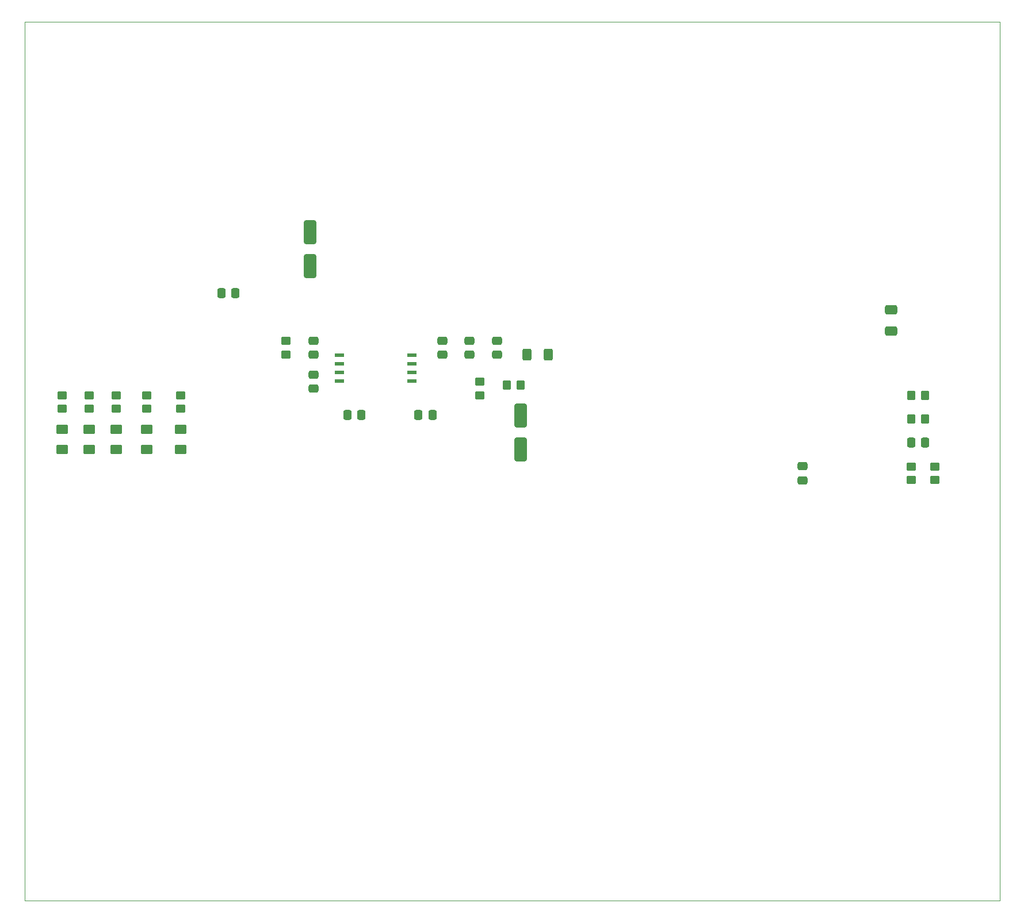
<source format=gbr>
%TF.GenerationSoftware,KiCad,Pcbnew,8.0.7*%
%TF.CreationDate,2025-03-06T09:07:30-05:00*%
%TF.ProjectId,Buck_PCB,4275636b-5f50-4434-922e-6b696361645f,v1*%
%TF.SameCoordinates,Original*%
%TF.FileFunction,Paste,Top*%
%TF.FilePolarity,Positive*%
%FSLAX46Y46*%
G04 Gerber Fmt 4.6, Leading zero omitted, Abs format (unit mm)*
G04 Created by KiCad (PCBNEW 8.0.7) date 2025-03-06 09:07:30*
%MOMM*%
%LPD*%
G01*
G04 APERTURE LIST*
G04 Aperture macros list*
%AMRoundRect*
0 Rectangle with rounded corners*
0 $1 Rounding radius*
0 $2 $3 $4 $5 $6 $7 $8 $9 X,Y pos of 4 corners*
0 Add a 4 corners polygon primitive as box body*
4,1,4,$2,$3,$4,$5,$6,$7,$8,$9,$2,$3,0*
0 Add four circle primitives for the rounded corners*
1,1,$1+$1,$2,$3*
1,1,$1+$1,$4,$5*
1,1,$1+$1,$6,$7*
1,1,$1+$1,$8,$9*
0 Add four rect primitives between the rounded corners*
20,1,$1+$1,$2,$3,$4,$5,0*
20,1,$1+$1,$4,$5,$6,$7,0*
20,1,$1+$1,$6,$7,$8,$9,0*
20,1,$1+$1,$8,$9,$2,$3,0*%
G04 Aperture macros list end*
%ADD10RoundRect,0.250001X-0.624999X0.462499X-0.624999X-0.462499X0.624999X-0.462499X0.624999X0.462499X0*%
%ADD11RoundRect,0.250000X-0.475000X0.337500X-0.475000X-0.337500X0.475000X-0.337500X0.475000X0.337500X0*%
%ADD12RoundRect,0.250000X0.475000X-0.337500X0.475000X0.337500X-0.475000X0.337500X-0.475000X-0.337500X0*%
%ADD13RoundRect,0.250000X-0.400000X-0.625000X0.400000X-0.625000X0.400000X0.625000X-0.400000X0.625000X0*%
%ADD14RoundRect,0.250000X0.350000X0.450000X-0.350000X0.450000X-0.350000X-0.450000X0.350000X-0.450000X0*%
%ADD15RoundRect,0.250000X-0.350000X-0.450000X0.350000X-0.450000X0.350000X0.450000X-0.350000X0.450000X0*%
%ADD16RoundRect,0.250000X-0.450000X0.350000X-0.450000X-0.350000X0.450000X-0.350000X0.450000X0.350000X0*%
%ADD17RoundRect,0.250000X-0.650000X0.412500X-0.650000X-0.412500X0.650000X-0.412500X0.650000X0.412500X0*%
%ADD18R,1.397000X0.508000*%
%ADD19RoundRect,0.250000X0.450000X-0.350000X0.450000X0.350000X-0.450000X0.350000X-0.450000X-0.350000X0*%
%ADD20RoundRect,0.250000X0.650000X-1.500000X0.650000X1.500000X-0.650000X1.500000X-0.650000X-1.500000X0*%
%ADD21RoundRect,0.250000X-0.337500X-0.475000X0.337500X-0.475000X0.337500X0.475000X-0.337500X0.475000X0*%
%ADD22RoundRect,0.250000X0.337500X0.475000X-0.337500X0.475000X-0.337500X-0.475000X0.337500X-0.475000X0*%
%ADD23RoundRect,0.250000X-0.650000X1.500000X-0.650000X-1.500000X0.650000X-1.500000X0.650000X1.500000X0*%
%TA.AperFunction,Profile*%
%ADD24C,0.050000*%
%TD*%
G04 APERTURE END LIST*
D10*
%TO.C,D7*%
X43000000Y-118512500D03*
X43000000Y-121487500D03*
%TD*%
D11*
%TO.C,C5*%
X134500000Y-123962500D03*
X134500000Y-126037500D03*
%TD*%
D10*
%TO.C,D6*%
X38000000Y-118512500D03*
X38000000Y-121487500D03*
%TD*%
D12*
%TO.C,C8*%
X62500000Y-112537500D03*
X62500000Y-110462500D03*
%TD*%
D13*
%TO.C,R11*%
X93950000Y-107500000D03*
X97050000Y-107500000D03*
%TD*%
D14*
%TO.C,R3*%
X152500000Y-117000000D03*
X150500000Y-117000000D03*
%TD*%
D15*
%TO.C,R9*%
X91000000Y-112000000D03*
X93000000Y-112000000D03*
%TD*%
D12*
%TO.C,C11*%
X85500000Y-107537500D03*
X85500000Y-105462500D03*
%TD*%
D16*
%TO.C,R8*%
X58500000Y-105500000D03*
X58500000Y-107500000D03*
%TD*%
D15*
%TO.C,R4*%
X150500000Y-113500000D03*
X152500000Y-113500000D03*
%TD*%
D10*
%TO.C,D3*%
X25500000Y-118512500D03*
X25500000Y-121487500D03*
%TD*%
D16*
%TO.C,R12*%
X38000000Y-113500000D03*
X38000000Y-115500000D03*
%TD*%
D17*
%TO.C,C2*%
X147500000Y-100937500D03*
X147500000Y-104062500D03*
%TD*%
D18*
%TO.C,U3*%
X66332000Y-107595000D03*
X66332000Y-108865000D03*
X66332000Y-110135000D03*
X66332000Y-111405000D03*
X77000000Y-111405000D03*
X77000000Y-110135000D03*
X77000000Y-108865000D03*
X77000000Y-107595000D03*
%TD*%
D19*
%TO.C,R6*%
X29500000Y-115500000D03*
X29500000Y-113500000D03*
%TD*%
D20*
%TO.C,D1*%
X62000000Y-94500000D03*
X62000000Y-89500000D03*
%TD*%
D12*
%TO.C,C12*%
X89500000Y-107537500D03*
X89500000Y-105462500D03*
%TD*%
D19*
%TO.C,R5*%
X25500000Y-115500000D03*
X25500000Y-113500000D03*
%TD*%
D16*
%TO.C,R10*%
X87000000Y-111500000D03*
X87000000Y-113500000D03*
%TD*%
%TO.C,R1*%
X154000000Y-124000000D03*
X154000000Y-126000000D03*
%TD*%
D19*
%TO.C,R2*%
X150500000Y-126000000D03*
X150500000Y-124000000D03*
%TD*%
D10*
%TO.C,D4*%
X29500000Y-118512500D03*
X29500000Y-121487500D03*
%TD*%
D16*
%TO.C,R13*%
X43000000Y-113500000D03*
X43000000Y-115500000D03*
%TD*%
D12*
%TO.C,C10*%
X81500000Y-107537500D03*
X81500000Y-105462500D03*
%TD*%
D21*
%TO.C,C7*%
X77962500Y-116452500D03*
X80037500Y-116452500D03*
%TD*%
D22*
%TO.C,C6*%
X69585000Y-116452500D03*
X67510000Y-116452500D03*
%TD*%
D10*
%TO.C,D5*%
X33500000Y-118512500D03*
X33500000Y-121487500D03*
%TD*%
D12*
%TO.C,C9*%
X62500000Y-107537500D03*
X62500000Y-105462500D03*
%TD*%
D21*
%TO.C,C1*%
X150462500Y-120500000D03*
X152537500Y-120500000D03*
%TD*%
%TO.C,C4*%
X48940280Y-98500000D03*
X51015280Y-98500000D03*
%TD*%
D23*
%TO.C,D2*%
X93000000Y-116500000D03*
X93000000Y-121500000D03*
%TD*%
D19*
%TO.C,R7*%
X33500000Y-115500000D03*
X33500000Y-113500000D03*
%TD*%
D24*
X20000000Y-58500000D02*
X163500000Y-58500000D01*
X163500000Y-188000000D01*
X20000000Y-188000000D01*
X20000000Y-58500000D01*
M02*

</source>
